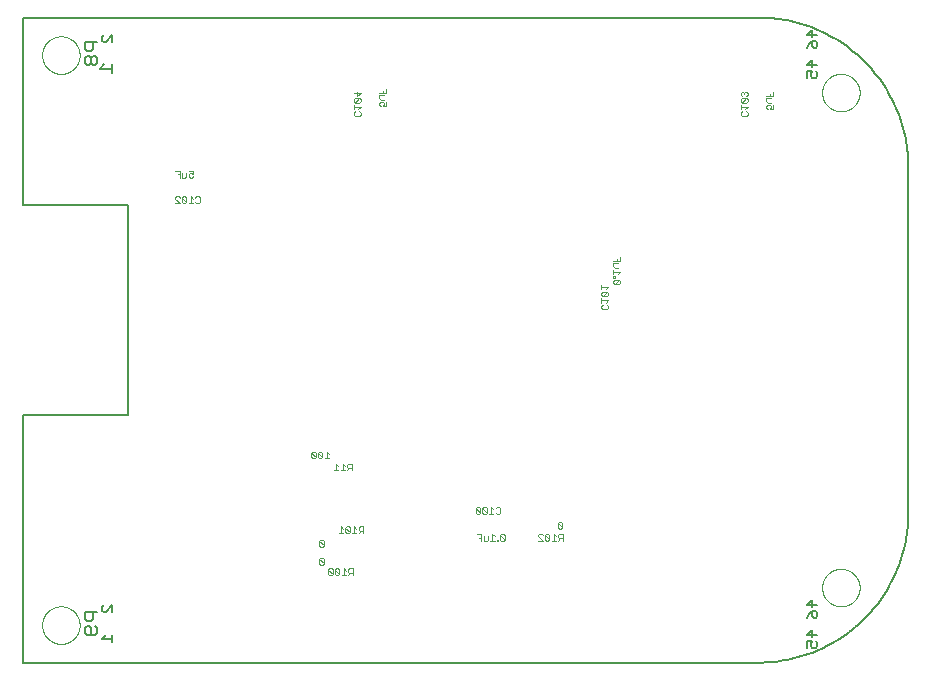
<source format=gbo>
G75*
%MOIN*%
%OFA0B0*%
%FSLAX25Y25*%
%IPPOS*%
%LPD*%
%AMOC8*
5,1,8,0,0,1.08239X$1,22.5*
%
%ADD10C,0.00800*%
%ADD11C,0.00200*%
%ADD12C,0.00000*%
%ADD13C,0.00600*%
D10*
X0055400Y0026400D02*
X0300400Y0026400D01*
X0301608Y0026415D01*
X0302816Y0026458D01*
X0304022Y0026531D01*
X0305226Y0026633D01*
X0306427Y0026765D01*
X0307624Y0026925D01*
X0308818Y0027114D01*
X0310006Y0027331D01*
X0311189Y0027578D01*
X0312366Y0027853D01*
X0313535Y0028156D01*
X0314697Y0028488D01*
X0315851Y0028847D01*
X0316995Y0029234D01*
X0318130Y0029649D01*
X0319255Y0030091D01*
X0320368Y0030560D01*
X0321470Y0031056D01*
X0322560Y0031579D01*
X0323636Y0032127D01*
X0324699Y0032702D01*
X0325748Y0033302D01*
X0326782Y0033927D01*
X0327801Y0034576D01*
X0328803Y0035251D01*
X0329789Y0035949D01*
X0330758Y0036671D01*
X0331709Y0037416D01*
X0332642Y0038184D01*
X0333556Y0038974D01*
X0334451Y0039787D01*
X0335326Y0040620D01*
X0336180Y0041474D01*
X0337013Y0042349D01*
X0337826Y0043244D01*
X0338616Y0044158D01*
X0339384Y0045091D01*
X0340129Y0046042D01*
X0340851Y0047011D01*
X0341549Y0047997D01*
X0342224Y0048999D01*
X0342873Y0050018D01*
X0343498Y0051052D01*
X0344098Y0052101D01*
X0344673Y0053164D01*
X0345221Y0054240D01*
X0345744Y0055330D01*
X0346240Y0056432D01*
X0346709Y0057545D01*
X0347151Y0058670D01*
X0347566Y0059805D01*
X0347953Y0060949D01*
X0348312Y0062103D01*
X0348644Y0063265D01*
X0348947Y0064434D01*
X0349222Y0065611D01*
X0349469Y0066794D01*
X0349686Y0067982D01*
X0349875Y0069176D01*
X0350035Y0070373D01*
X0350167Y0071574D01*
X0350269Y0072778D01*
X0350342Y0073984D01*
X0350385Y0075192D01*
X0350400Y0076400D01*
X0350400Y0191400D01*
X0350385Y0192608D01*
X0350342Y0193816D01*
X0350269Y0195022D01*
X0350167Y0196226D01*
X0350035Y0197427D01*
X0349875Y0198624D01*
X0349686Y0199818D01*
X0349469Y0201006D01*
X0349222Y0202189D01*
X0348947Y0203366D01*
X0348644Y0204535D01*
X0348312Y0205697D01*
X0347953Y0206851D01*
X0347566Y0207995D01*
X0347151Y0209130D01*
X0346709Y0210255D01*
X0346240Y0211368D01*
X0345744Y0212470D01*
X0345221Y0213560D01*
X0344673Y0214636D01*
X0344098Y0215699D01*
X0343498Y0216748D01*
X0342873Y0217782D01*
X0342224Y0218801D01*
X0341549Y0219803D01*
X0340851Y0220789D01*
X0340129Y0221758D01*
X0339384Y0222709D01*
X0338616Y0223642D01*
X0337826Y0224556D01*
X0337013Y0225451D01*
X0336180Y0226326D01*
X0335326Y0227180D01*
X0334451Y0228013D01*
X0333556Y0228826D01*
X0332642Y0229616D01*
X0331709Y0230384D01*
X0330758Y0231129D01*
X0329789Y0231851D01*
X0328803Y0232549D01*
X0327801Y0233224D01*
X0326782Y0233873D01*
X0325748Y0234498D01*
X0324699Y0235098D01*
X0323636Y0235673D01*
X0322560Y0236221D01*
X0321470Y0236744D01*
X0320368Y0237240D01*
X0319255Y0237709D01*
X0318130Y0238151D01*
X0316995Y0238566D01*
X0315851Y0238953D01*
X0314697Y0239312D01*
X0313535Y0239644D01*
X0312366Y0239947D01*
X0311189Y0240222D01*
X0310006Y0240469D01*
X0308818Y0240686D01*
X0307624Y0240875D01*
X0306427Y0241035D01*
X0305226Y0241167D01*
X0304022Y0241269D01*
X0302816Y0241342D01*
X0301608Y0241385D01*
X0300400Y0241400D01*
X0055400Y0241400D01*
X0055400Y0178900D01*
X0090400Y0178900D01*
X0090400Y0108900D01*
X0055400Y0108900D01*
X0055400Y0026400D01*
X0075796Y0036398D02*
X0076497Y0035698D01*
X0079299Y0035698D01*
X0080000Y0036398D01*
X0080000Y0037799D01*
X0079299Y0038500D01*
X0077898Y0037799D02*
X0077898Y0035698D01*
X0077898Y0037799D02*
X0077198Y0038500D01*
X0076497Y0038500D01*
X0075796Y0037799D01*
X0075796Y0036398D01*
X0076497Y0040302D02*
X0077898Y0040302D01*
X0078599Y0041002D01*
X0078599Y0043104D01*
X0080000Y0043104D02*
X0075796Y0043104D01*
X0075796Y0041002D01*
X0076497Y0040302D01*
X0085000Y0223000D02*
X0085000Y0225802D01*
X0085000Y0224401D02*
X0080796Y0224401D01*
X0082198Y0225802D01*
X0080000Y0226398D02*
X0080000Y0227799D01*
X0079299Y0228500D01*
X0078599Y0228500D01*
X0077898Y0227799D01*
X0077898Y0226398D01*
X0078599Y0225698D01*
X0079299Y0225698D01*
X0080000Y0226398D01*
X0077898Y0226398D02*
X0077198Y0225698D01*
X0076497Y0225698D01*
X0075796Y0226398D01*
X0075796Y0227799D01*
X0076497Y0228500D01*
X0077198Y0228500D01*
X0077898Y0227799D01*
X0077898Y0230302D02*
X0078599Y0231002D01*
X0078599Y0233104D01*
X0080000Y0233104D02*
X0075796Y0233104D01*
X0075796Y0231002D01*
X0076497Y0230302D01*
X0077898Y0230302D01*
D11*
X0106042Y0190302D02*
X0107510Y0190302D01*
X0107510Y0188100D01*
X0108252Y0188100D02*
X0108252Y0189568D01*
X0107510Y0189201D02*
X0106776Y0189201D01*
X0108252Y0188100D02*
X0109353Y0188100D01*
X0109720Y0188467D01*
X0109720Y0189568D01*
X0110462Y0189201D02*
X0110462Y0188467D01*
X0110829Y0188100D01*
X0111563Y0188100D01*
X0111930Y0188467D01*
X0111930Y0189201D02*
X0111196Y0189568D01*
X0110829Y0189568D01*
X0110462Y0189201D01*
X0110462Y0190302D02*
X0111930Y0190302D01*
X0111930Y0189201D01*
X0111196Y0181802D02*
X0111196Y0179600D01*
X0111930Y0179600D02*
X0110462Y0179600D01*
X0109720Y0179967D02*
X0108252Y0181435D01*
X0108252Y0179967D01*
X0108619Y0179600D01*
X0109353Y0179600D01*
X0109720Y0179967D01*
X0109720Y0181435D01*
X0109353Y0181802D01*
X0108619Y0181802D01*
X0108252Y0181435D01*
X0107510Y0181435D02*
X0107143Y0181802D01*
X0106409Y0181802D01*
X0106042Y0181435D01*
X0106042Y0181068D01*
X0107510Y0179600D01*
X0106042Y0179600D01*
X0111196Y0181802D02*
X0111930Y0181068D01*
X0112672Y0181435D02*
X0113039Y0181802D01*
X0113773Y0181802D01*
X0114140Y0181435D01*
X0114140Y0179967D01*
X0113773Y0179600D01*
X0113039Y0179600D01*
X0112672Y0179967D01*
X0165600Y0209027D02*
X0165600Y0209761D01*
X0165967Y0210128D01*
X0165600Y0210870D02*
X0165600Y0212338D01*
X0165600Y0211604D02*
X0167802Y0211604D01*
X0167068Y0210870D01*
X0167435Y0210128D02*
X0167802Y0209761D01*
X0167802Y0209027D01*
X0167435Y0208660D01*
X0165967Y0208660D01*
X0165600Y0209027D01*
X0165967Y0213080D02*
X0165600Y0213447D01*
X0165600Y0214181D01*
X0165967Y0214548D01*
X0167435Y0214548D01*
X0165967Y0213080D01*
X0167435Y0213080D01*
X0167802Y0213447D01*
X0167802Y0214181D01*
X0167435Y0214548D01*
X0166701Y0215290D02*
X0166701Y0216758D01*
X0167802Y0216391D02*
X0166701Y0215290D01*
X0165600Y0216391D02*
X0167802Y0216391D01*
X0174100Y0216290D02*
X0176302Y0216290D01*
X0176302Y0217758D01*
X0175201Y0217024D02*
X0175201Y0216290D01*
X0175568Y0215548D02*
X0174100Y0215548D01*
X0174100Y0214447D01*
X0174467Y0214080D01*
X0175568Y0214080D01*
X0175201Y0213338D02*
X0174467Y0213338D01*
X0174100Y0212971D01*
X0174100Y0212237D01*
X0174467Y0211870D01*
X0175201Y0211870D02*
X0175568Y0212604D01*
X0175568Y0212971D01*
X0175201Y0213338D01*
X0176302Y0213338D02*
X0176302Y0211870D01*
X0175201Y0211870D01*
X0252100Y0160290D02*
X0254302Y0160290D01*
X0254302Y0161758D01*
X0253201Y0161024D02*
X0253201Y0160290D01*
X0253568Y0159548D02*
X0252100Y0159548D01*
X0252100Y0158447D01*
X0252467Y0158080D01*
X0253568Y0158080D01*
X0252100Y0157338D02*
X0252100Y0155870D01*
X0252100Y0156604D02*
X0254302Y0156604D01*
X0253568Y0155870D01*
X0252467Y0155132D02*
X0252100Y0155132D01*
X0252100Y0154765D01*
X0252467Y0154765D01*
X0252467Y0155132D01*
X0252467Y0154023D02*
X0252100Y0153656D01*
X0252100Y0152922D01*
X0252467Y0152556D01*
X0253935Y0154023D01*
X0252467Y0154023D01*
X0252467Y0152556D02*
X0253935Y0152556D01*
X0254302Y0152922D01*
X0254302Y0153656D01*
X0253935Y0154023D01*
X0250302Y0151524D02*
X0248100Y0151524D01*
X0248100Y0150790D02*
X0248100Y0152258D01*
X0249568Y0150790D02*
X0250302Y0151524D01*
X0249935Y0150048D02*
X0248467Y0148580D01*
X0248100Y0148947D01*
X0248100Y0149681D01*
X0248467Y0150048D01*
X0249935Y0150048D01*
X0250302Y0149681D01*
X0250302Y0148947D01*
X0249935Y0148580D01*
X0248467Y0148580D01*
X0248100Y0147838D02*
X0248100Y0146370D01*
X0248100Y0147104D02*
X0250302Y0147104D01*
X0249568Y0146370D01*
X0249935Y0145628D02*
X0250302Y0145261D01*
X0250302Y0144527D01*
X0249935Y0144160D01*
X0248467Y0144160D01*
X0248100Y0144527D01*
X0248100Y0145261D01*
X0248467Y0145628D01*
X0164800Y0092702D02*
X0164800Y0090500D01*
X0164800Y0091234D02*
X0163699Y0091234D01*
X0163332Y0091601D01*
X0163332Y0092335D01*
X0163699Y0092702D01*
X0164800Y0092702D01*
X0164066Y0091234D02*
X0163332Y0090500D01*
X0162590Y0090500D02*
X0161122Y0090500D01*
X0161856Y0090500D02*
X0161856Y0092702D01*
X0162590Y0091968D01*
X0160380Y0091968D02*
X0159646Y0092702D01*
X0159646Y0090500D01*
X0160380Y0090500D02*
X0158912Y0090500D01*
X0157300Y0094500D02*
X0155832Y0094500D01*
X0156566Y0094500D02*
X0156566Y0096702D01*
X0157300Y0095968D01*
X0155090Y0096335D02*
X0154723Y0096702D01*
X0153989Y0096702D01*
X0153622Y0096335D01*
X0155090Y0094867D01*
X0154723Y0094500D01*
X0153989Y0094500D01*
X0153622Y0094867D01*
X0153622Y0096335D01*
X0152880Y0096335D02*
X0152513Y0096702D01*
X0151779Y0096702D01*
X0151412Y0096335D01*
X0152880Y0094867D01*
X0152513Y0094500D01*
X0151779Y0094500D01*
X0151412Y0094867D01*
X0151412Y0096335D01*
X0152880Y0096335D02*
X0152880Y0094867D01*
X0155090Y0094867D02*
X0155090Y0096335D01*
X0161276Y0071802D02*
X0161276Y0069600D01*
X0162010Y0069600D02*
X0160542Y0069600D01*
X0162010Y0071068D02*
X0161276Y0071802D01*
X0162752Y0071435D02*
X0164220Y0069967D01*
X0163853Y0069600D01*
X0163119Y0069600D01*
X0162752Y0069967D01*
X0162752Y0071435D01*
X0163119Y0071802D01*
X0163853Y0071802D01*
X0164220Y0071435D01*
X0164220Y0069967D01*
X0164962Y0069600D02*
X0166430Y0069600D01*
X0165696Y0069600D02*
X0165696Y0071802D01*
X0166430Y0071068D01*
X0167172Y0071435D02*
X0167172Y0070701D01*
X0167539Y0070334D01*
X0168640Y0070334D01*
X0168640Y0069600D02*
X0168640Y0071802D01*
X0167539Y0071802D01*
X0167172Y0071435D01*
X0167906Y0070334D02*
X0167172Y0069600D01*
X0155510Y0066935D02*
X0155510Y0065467D01*
X0154042Y0066935D01*
X0154042Y0065467D01*
X0154409Y0065100D01*
X0155143Y0065100D01*
X0155510Y0065467D01*
X0155510Y0066935D02*
X0155143Y0067302D01*
X0154409Y0067302D01*
X0154042Y0066935D01*
X0154409Y0061302D02*
X0154042Y0060935D01*
X0155510Y0059467D01*
X0155143Y0059100D01*
X0154409Y0059100D01*
X0154042Y0059467D01*
X0154042Y0060935D01*
X0154409Y0061302D02*
X0155143Y0061302D01*
X0155510Y0060935D01*
X0155510Y0059467D01*
X0157409Y0057802D02*
X0157042Y0057435D01*
X0158510Y0055967D01*
X0158143Y0055600D01*
X0157409Y0055600D01*
X0157042Y0055967D01*
X0157042Y0057435D01*
X0157409Y0057802D02*
X0158143Y0057802D01*
X0158510Y0057435D01*
X0158510Y0055967D01*
X0159252Y0055967D02*
X0159252Y0057435D01*
X0160720Y0055967D01*
X0160353Y0055600D01*
X0159619Y0055600D01*
X0159252Y0055967D01*
X0160720Y0055967D02*
X0160720Y0057435D01*
X0160353Y0057802D01*
X0159619Y0057802D01*
X0159252Y0057435D01*
X0161462Y0055600D02*
X0162930Y0055600D01*
X0162196Y0055600D02*
X0162196Y0057802D01*
X0162930Y0057068D01*
X0163672Y0057435D02*
X0163672Y0056701D01*
X0164039Y0056334D01*
X0165140Y0056334D01*
X0165140Y0055600D02*
X0165140Y0057802D01*
X0164039Y0057802D01*
X0163672Y0057435D01*
X0164406Y0056334D02*
X0163672Y0055600D01*
X0206598Y0069202D02*
X0208065Y0069202D01*
X0208065Y0067000D01*
X0208807Y0067000D02*
X0208807Y0068468D01*
X0208065Y0068101D02*
X0207331Y0068101D01*
X0208807Y0067000D02*
X0209908Y0067000D01*
X0210275Y0067367D01*
X0210275Y0068468D01*
X0211017Y0067000D02*
X0212485Y0067000D01*
X0211751Y0067000D02*
X0211751Y0069202D01*
X0212485Y0068468D01*
X0213223Y0067367D02*
X0213223Y0067000D01*
X0213590Y0067000D01*
X0213590Y0067367D01*
X0213223Y0067367D01*
X0214332Y0067367D02*
X0214699Y0067000D01*
X0215433Y0067000D01*
X0215800Y0067367D01*
X0214332Y0068835D01*
X0214332Y0067367D01*
X0214332Y0068835D02*
X0214699Y0069202D01*
X0215433Y0069202D01*
X0215800Y0068835D01*
X0215800Y0067367D01*
X0213933Y0076000D02*
X0213199Y0076000D01*
X0212832Y0076367D01*
X0212090Y0076000D02*
X0210622Y0076000D01*
X0211356Y0076000D02*
X0211356Y0078202D01*
X0212090Y0077468D01*
X0212832Y0077835D02*
X0213199Y0078202D01*
X0213933Y0078202D01*
X0214300Y0077835D01*
X0214300Y0076367D01*
X0213933Y0076000D01*
X0209880Y0076367D02*
X0209880Y0077835D01*
X0209513Y0078202D01*
X0208779Y0078202D01*
X0208412Y0077835D01*
X0209880Y0076367D01*
X0209513Y0076000D01*
X0208779Y0076000D01*
X0208412Y0076367D01*
X0208412Y0077835D01*
X0207670Y0077835D02*
X0207303Y0078202D01*
X0206569Y0078202D01*
X0206202Y0077835D01*
X0207670Y0076367D01*
X0207303Y0076000D01*
X0206569Y0076000D01*
X0206202Y0076367D01*
X0206202Y0077835D01*
X0207670Y0077835D02*
X0207670Y0076367D01*
X0227042Y0068935D02*
X0227042Y0068568D01*
X0228510Y0067100D01*
X0227042Y0067100D01*
X0227042Y0068935D02*
X0227409Y0069302D01*
X0228143Y0069302D01*
X0228510Y0068935D01*
X0229252Y0068935D02*
X0230720Y0067467D01*
X0230353Y0067100D01*
X0229619Y0067100D01*
X0229252Y0067467D01*
X0229252Y0068935D01*
X0229619Y0069302D01*
X0230353Y0069302D01*
X0230720Y0068935D01*
X0230720Y0067467D01*
X0231462Y0067100D02*
X0232930Y0067100D01*
X0232196Y0067100D02*
X0232196Y0069302D01*
X0232930Y0068568D01*
X0233672Y0068935D02*
X0233672Y0068201D01*
X0234039Y0067834D01*
X0235140Y0067834D01*
X0235140Y0067100D02*
X0235140Y0069302D01*
X0234039Y0069302D01*
X0233672Y0068935D01*
X0234406Y0067834D02*
X0233672Y0067100D01*
X0233909Y0071100D02*
X0234643Y0071100D01*
X0235010Y0071467D01*
X0233542Y0072935D01*
X0233542Y0071467D01*
X0233909Y0071100D01*
X0235010Y0071467D02*
X0235010Y0072935D01*
X0234643Y0073302D01*
X0233909Y0073302D01*
X0233542Y0072935D01*
X0294967Y0208660D02*
X0294600Y0209027D01*
X0294600Y0209761D01*
X0294967Y0210128D01*
X0294600Y0210870D02*
X0294600Y0212338D01*
X0294600Y0211604D02*
X0296802Y0211604D01*
X0296068Y0210870D01*
X0296435Y0210128D02*
X0296802Y0209761D01*
X0296802Y0209027D01*
X0296435Y0208660D01*
X0294967Y0208660D01*
X0294967Y0213080D02*
X0296435Y0214548D01*
X0294967Y0214548D01*
X0294600Y0214181D01*
X0294600Y0213447D01*
X0294967Y0213080D01*
X0296435Y0213080D01*
X0296802Y0213447D01*
X0296802Y0214181D01*
X0296435Y0214548D01*
X0296435Y0215290D02*
X0296802Y0215657D01*
X0296802Y0216391D01*
X0296435Y0216758D01*
X0296068Y0216758D01*
X0295701Y0216391D01*
X0295334Y0216758D01*
X0294967Y0216758D01*
X0294600Y0216391D01*
X0294600Y0215657D01*
X0294967Y0215290D01*
X0295701Y0216024D02*
X0295701Y0216391D01*
X0303100Y0215290D02*
X0305302Y0215290D01*
X0305302Y0216758D01*
X0304201Y0216024D02*
X0304201Y0215290D01*
X0304568Y0214548D02*
X0303100Y0214548D01*
X0303100Y0213447D01*
X0303467Y0213080D01*
X0304568Y0213080D01*
X0304201Y0212338D02*
X0303467Y0212338D01*
X0303100Y0211971D01*
X0303100Y0211237D01*
X0303467Y0210870D01*
X0304201Y0210870D02*
X0304568Y0211604D01*
X0304568Y0211971D01*
X0304201Y0212338D01*
X0305302Y0212338D02*
X0305302Y0210870D01*
X0304201Y0210870D01*
D12*
X0321650Y0216400D02*
X0321652Y0216558D01*
X0321658Y0216715D01*
X0321668Y0216873D01*
X0321682Y0217030D01*
X0321700Y0217186D01*
X0321721Y0217343D01*
X0321747Y0217498D01*
X0321777Y0217653D01*
X0321810Y0217807D01*
X0321848Y0217960D01*
X0321889Y0218113D01*
X0321934Y0218264D01*
X0321983Y0218414D01*
X0322036Y0218562D01*
X0322092Y0218710D01*
X0322153Y0218855D01*
X0322216Y0219000D01*
X0322284Y0219142D01*
X0322355Y0219283D01*
X0322429Y0219422D01*
X0322507Y0219559D01*
X0322589Y0219694D01*
X0322673Y0219827D01*
X0322762Y0219958D01*
X0322853Y0220086D01*
X0322948Y0220213D01*
X0323045Y0220336D01*
X0323146Y0220458D01*
X0323250Y0220576D01*
X0323357Y0220692D01*
X0323467Y0220805D01*
X0323579Y0220916D01*
X0323695Y0221023D01*
X0323813Y0221128D01*
X0323933Y0221230D01*
X0324056Y0221328D01*
X0324182Y0221424D01*
X0324310Y0221516D01*
X0324440Y0221605D01*
X0324572Y0221691D01*
X0324707Y0221773D01*
X0324844Y0221852D01*
X0324982Y0221927D01*
X0325122Y0221999D01*
X0325265Y0222067D01*
X0325408Y0222132D01*
X0325554Y0222193D01*
X0325701Y0222250D01*
X0325849Y0222304D01*
X0325999Y0222354D01*
X0326149Y0222400D01*
X0326301Y0222442D01*
X0326454Y0222481D01*
X0326608Y0222515D01*
X0326763Y0222546D01*
X0326918Y0222572D01*
X0327074Y0222595D01*
X0327231Y0222614D01*
X0327388Y0222629D01*
X0327545Y0222640D01*
X0327703Y0222647D01*
X0327861Y0222650D01*
X0328018Y0222649D01*
X0328176Y0222644D01*
X0328333Y0222635D01*
X0328491Y0222622D01*
X0328647Y0222605D01*
X0328804Y0222584D01*
X0328959Y0222560D01*
X0329114Y0222531D01*
X0329269Y0222498D01*
X0329422Y0222462D01*
X0329575Y0222421D01*
X0329726Y0222377D01*
X0329876Y0222329D01*
X0330025Y0222278D01*
X0330173Y0222222D01*
X0330319Y0222163D01*
X0330464Y0222100D01*
X0330607Y0222033D01*
X0330748Y0221963D01*
X0330887Y0221890D01*
X0331025Y0221813D01*
X0331161Y0221732D01*
X0331294Y0221648D01*
X0331425Y0221561D01*
X0331554Y0221470D01*
X0331681Y0221376D01*
X0331806Y0221279D01*
X0331927Y0221179D01*
X0332047Y0221076D01*
X0332163Y0220970D01*
X0332277Y0220861D01*
X0332389Y0220749D01*
X0332497Y0220635D01*
X0332602Y0220517D01*
X0332705Y0220397D01*
X0332804Y0220275D01*
X0332900Y0220150D01*
X0332993Y0220022D01*
X0333083Y0219893D01*
X0333169Y0219761D01*
X0333253Y0219627D01*
X0333332Y0219491D01*
X0333409Y0219353D01*
X0333481Y0219213D01*
X0333550Y0219071D01*
X0333616Y0218928D01*
X0333678Y0218783D01*
X0333736Y0218636D01*
X0333791Y0218488D01*
X0333842Y0218339D01*
X0333889Y0218188D01*
X0333932Y0218037D01*
X0333971Y0217884D01*
X0334007Y0217730D01*
X0334038Y0217576D01*
X0334066Y0217421D01*
X0334090Y0217265D01*
X0334110Y0217108D01*
X0334126Y0216951D01*
X0334138Y0216794D01*
X0334146Y0216637D01*
X0334150Y0216479D01*
X0334150Y0216321D01*
X0334146Y0216163D01*
X0334138Y0216006D01*
X0334126Y0215849D01*
X0334110Y0215692D01*
X0334090Y0215535D01*
X0334066Y0215379D01*
X0334038Y0215224D01*
X0334007Y0215070D01*
X0333971Y0214916D01*
X0333932Y0214763D01*
X0333889Y0214612D01*
X0333842Y0214461D01*
X0333791Y0214312D01*
X0333736Y0214164D01*
X0333678Y0214017D01*
X0333616Y0213872D01*
X0333550Y0213729D01*
X0333481Y0213587D01*
X0333409Y0213447D01*
X0333332Y0213309D01*
X0333253Y0213173D01*
X0333169Y0213039D01*
X0333083Y0212907D01*
X0332993Y0212778D01*
X0332900Y0212650D01*
X0332804Y0212525D01*
X0332705Y0212403D01*
X0332602Y0212283D01*
X0332497Y0212165D01*
X0332389Y0212051D01*
X0332277Y0211939D01*
X0332163Y0211830D01*
X0332047Y0211724D01*
X0331927Y0211621D01*
X0331806Y0211521D01*
X0331681Y0211424D01*
X0331554Y0211330D01*
X0331425Y0211239D01*
X0331294Y0211152D01*
X0331161Y0211068D01*
X0331025Y0210987D01*
X0330887Y0210910D01*
X0330748Y0210837D01*
X0330607Y0210767D01*
X0330464Y0210700D01*
X0330319Y0210637D01*
X0330173Y0210578D01*
X0330025Y0210522D01*
X0329876Y0210471D01*
X0329726Y0210423D01*
X0329575Y0210379D01*
X0329422Y0210338D01*
X0329269Y0210302D01*
X0329114Y0210269D01*
X0328959Y0210240D01*
X0328804Y0210216D01*
X0328647Y0210195D01*
X0328491Y0210178D01*
X0328333Y0210165D01*
X0328176Y0210156D01*
X0328018Y0210151D01*
X0327861Y0210150D01*
X0327703Y0210153D01*
X0327545Y0210160D01*
X0327388Y0210171D01*
X0327231Y0210186D01*
X0327074Y0210205D01*
X0326918Y0210228D01*
X0326763Y0210254D01*
X0326608Y0210285D01*
X0326454Y0210319D01*
X0326301Y0210358D01*
X0326149Y0210400D01*
X0325999Y0210446D01*
X0325849Y0210496D01*
X0325701Y0210550D01*
X0325554Y0210607D01*
X0325408Y0210668D01*
X0325265Y0210733D01*
X0325122Y0210801D01*
X0324982Y0210873D01*
X0324844Y0210948D01*
X0324707Y0211027D01*
X0324572Y0211109D01*
X0324440Y0211195D01*
X0324310Y0211284D01*
X0324182Y0211376D01*
X0324056Y0211472D01*
X0323933Y0211570D01*
X0323813Y0211672D01*
X0323695Y0211777D01*
X0323579Y0211884D01*
X0323467Y0211995D01*
X0323357Y0212108D01*
X0323250Y0212224D01*
X0323146Y0212342D01*
X0323045Y0212464D01*
X0322948Y0212587D01*
X0322853Y0212714D01*
X0322762Y0212842D01*
X0322673Y0212973D01*
X0322589Y0213106D01*
X0322507Y0213241D01*
X0322429Y0213378D01*
X0322355Y0213517D01*
X0322284Y0213658D01*
X0322216Y0213800D01*
X0322153Y0213945D01*
X0322092Y0214090D01*
X0322036Y0214238D01*
X0321983Y0214386D01*
X0321934Y0214536D01*
X0321889Y0214687D01*
X0321848Y0214840D01*
X0321810Y0214993D01*
X0321777Y0215147D01*
X0321747Y0215302D01*
X0321721Y0215457D01*
X0321700Y0215614D01*
X0321682Y0215770D01*
X0321668Y0215927D01*
X0321658Y0216085D01*
X0321652Y0216242D01*
X0321650Y0216400D01*
X0321650Y0051400D02*
X0321652Y0051558D01*
X0321658Y0051715D01*
X0321668Y0051873D01*
X0321682Y0052030D01*
X0321700Y0052186D01*
X0321721Y0052343D01*
X0321747Y0052498D01*
X0321777Y0052653D01*
X0321810Y0052807D01*
X0321848Y0052960D01*
X0321889Y0053113D01*
X0321934Y0053264D01*
X0321983Y0053414D01*
X0322036Y0053562D01*
X0322092Y0053710D01*
X0322153Y0053855D01*
X0322216Y0054000D01*
X0322284Y0054142D01*
X0322355Y0054283D01*
X0322429Y0054422D01*
X0322507Y0054559D01*
X0322589Y0054694D01*
X0322673Y0054827D01*
X0322762Y0054958D01*
X0322853Y0055086D01*
X0322948Y0055213D01*
X0323045Y0055336D01*
X0323146Y0055458D01*
X0323250Y0055576D01*
X0323357Y0055692D01*
X0323467Y0055805D01*
X0323579Y0055916D01*
X0323695Y0056023D01*
X0323813Y0056128D01*
X0323933Y0056230D01*
X0324056Y0056328D01*
X0324182Y0056424D01*
X0324310Y0056516D01*
X0324440Y0056605D01*
X0324572Y0056691D01*
X0324707Y0056773D01*
X0324844Y0056852D01*
X0324982Y0056927D01*
X0325122Y0056999D01*
X0325265Y0057067D01*
X0325408Y0057132D01*
X0325554Y0057193D01*
X0325701Y0057250D01*
X0325849Y0057304D01*
X0325999Y0057354D01*
X0326149Y0057400D01*
X0326301Y0057442D01*
X0326454Y0057481D01*
X0326608Y0057515D01*
X0326763Y0057546D01*
X0326918Y0057572D01*
X0327074Y0057595D01*
X0327231Y0057614D01*
X0327388Y0057629D01*
X0327545Y0057640D01*
X0327703Y0057647D01*
X0327861Y0057650D01*
X0328018Y0057649D01*
X0328176Y0057644D01*
X0328333Y0057635D01*
X0328491Y0057622D01*
X0328647Y0057605D01*
X0328804Y0057584D01*
X0328959Y0057560D01*
X0329114Y0057531D01*
X0329269Y0057498D01*
X0329422Y0057462D01*
X0329575Y0057421D01*
X0329726Y0057377D01*
X0329876Y0057329D01*
X0330025Y0057278D01*
X0330173Y0057222D01*
X0330319Y0057163D01*
X0330464Y0057100D01*
X0330607Y0057033D01*
X0330748Y0056963D01*
X0330887Y0056890D01*
X0331025Y0056813D01*
X0331161Y0056732D01*
X0331294Y0056648D01*
X0331425Y0056561D01*
X0331554Y0056470D01*
X0331681Y0056376D01*
X0331806Y0056279D01*
X0331927Y0056179D01*
X0332047Y0056076D01*
X0332163Y0055970D01*
X0332277Y0055861D01*
X0332389Y0055749D01*
X0332497Y0055635D01*
X0332602Y0055517D01*
X0332705Y0055397D01*
X0332804Y0055275D01*
X0332900Y0055150D01*
X0332993Y0055022D01*
X0333083Y0054893D01*
X0333169Y0054761D01*
X0333253Y0054627D01*
X0333332Y0054491D01*
X0333409Y0054353D01*
X0333481Y0054213D01*
X0333550Y0054071D01*
X0333616Y0053928D01*
X0333678Y0053783D01*
X0333736Y0053636D01*
X0333791Y0053488D01*
X0333842Y0053339D01*
X0333889Y0053188D01*
X0333932Y0053037D01*
X0333971Y0052884D01*
X0334007Y0052730D01*
X0334038Y0052576D01*
X0334066Y0052421D01*
X0334090Y0052265D01*
X0334110Y0052108D01*
X0334126Y0051951D01*
X0334138Y0051794D01*
X0334146Y0051637D01*
X0334150Y0051479D01*
X0334150Y0051321D01*
X0334146Y0051163D01*
X0334138Y0051006D01*
X0334126Y0050849D01*
X0334110Y0050692D01*
X0334090Y0050535D01*
X0334066Y0050379D01*
X0334038Y0050224D01*
X0334007Y0050070D01*
X0333971Y0049916D01*
X0333932Y0049763D01*
X0333889Y0049612D01*
X0333842Y0049461D01*
X0333791Y0049312D01*
X0333736Y0049164D01*
X0333678Y0049017D01*
X0333616Y0048872D01*
X0333550Y0048729D01*
X0333481Y0048587D01*
X0333409Y0048447D01*
X0333332Y0048309D01*
X0333253Y0048173D01*
X0333169Y0048039D01*
X0333083Y0047907D01*
X0332993Y0047778D01*
X0332900Y0047650D01*
X0332804Y0047525D01*
X0332705Y0047403D01*
X0332602Y0047283D01*
X0332497Y0047165D01*
X0332389Y0047051D01*
X0332277Y0046939D01*
X0332163Y0046830D01*
X0332047Y0046724D01*
X0331927Y0046621D01*
X0331806Y0046521D01*
X0331681Y0046424D01*
X0331554Y0046330D01*
X0331425Y0046239D01*
X0331294Y0046152D01*
X0331161Y0046068D01*
X0331025Y0045987D01*
X0330887Y0045910D01*
X0330748Y0045837D01*
X0330607Y0045767D01*
X0330464Y0045700D01*
X0330319Y0045637D01*
X0330173Y0045578D01*
X0330025Y0045522D01*
X0329876Y0045471D01*
X0329726Y0045423D01*
X0329575Y0045379D01*
X0329422Y0045338D01*
X0329269Y0045302D01*
X0329114Y0045269D01*
X0328959Y0045240D01*
X0328804Y0045216D01*
X0328647Y0045195D01*
X0328491Y0045178D01*
X0328333Y0045165D01*
X0328176Y0045156D01*
X0328018Y0045151D01*
X0327861Y0045150D01*
X0327703Y0045153D01*
X0327545Y0045160D01*
X0327388Y0045171D01*
X0327231Y0045186D01*
X0327074Y0045205D01*
X0326918Y0045228D01*
X0326763Y0045254D01*
X0326608Y0045285D01*
X0326454Y0045319D01*
X0326301Y0045358D01*
X0326149Y0045400D01*
X0325999Y0045446D01*
X0325849Y0045496D01*
X0325701Y0045550D01*
X0325554Y0045607D01*
X0325408Y0045668D01*
X0325265Y0045733D01*
X0325122Y0045801D01*
X0324982Y0045873D01*
X0324844Y0045948D01*
X0324707Y0046027D01*
X0324572Y0046109D01*
X0324440Y0046195D01*
X0324310Y0046284D01*
X0324182Y0046376D01*
X0324056Y0046472D01*
X0323933Y0046570D01*
X0323813Y0046672D01*
X0323695Y0046777D01*
X0323579Y0046884D01*
X0323467Y0046995D01*
X0323357Y0047108D01*
X0323250Y0047224D01*
X0323146Y0047342D01*
X0323045Y0047464D01*
X0322948Y0047587D01*
X0322853Y0047714D01*
X0322762Y0047842D01*
X0322673Y0047973D01*
X0322589Y0048106D01*
X0322507Y0048241D01*
X0322429Y0048378D01*
X0322355Y0048517D01*
X0322284Y0048658D01*
X0322216Y0048800D01*
X0322153Y0048945D01*
X0322092Y0049090D01*
X0322036Y0049238D01*
X0321983Y0049386D01*
X0321934Y0049536D01*
X0321889Y0049687D01*
X0321848Y0049840D01*
X0321810Y0049993D01*
X0321777Y0050147D01*
X0321747Y0050302D01*
X0321721Y0050457D01*
X0321700Y0050614D01*
X0321682Y0050770D01*
X0321668Y0050927D01*
X0321658Y0051085D01*
X0321652Y0051242D01*
X0321650Y0051400D01*
X0061650Y0038900D02*
X0061652Y0039058D01*
X0061658Y0039215D01*
X0061668Y0039373D01*
X0061682Y0039530D01*
X0061700Y0039686D01*
X0061721Y0039843D01*
X0061747Y0039998D01*
X0061777Y0040153D01*
X0061810Y0040307D01*
X0061848Y0040460D01*
X0061889Y0040613D01*
X0061934Y0040764D01*
X0061983Y0040914D01*
X0062036Y0041062D01*
X0062092Y0041210D01*
X0062153Y0041355D01*
X0062216Y0041500D01*
X0062284Y0041642D01*
X0062355Y0041783D01*
X0062429Y0041922D01*
X0062507Y0042059D01*
X0062589Y0042194D01*
X0062673Y0042327D01*
X0062762Y0042458D01*
X0062853Y0042586D01*
X0062948Y0042713D01*
X0063045Y0042836D01*
X0063146Y0042958D01*
X0063250Y0043076D01*
X0063357Y0043192D01*
X0063467Y0043305D01*
X0063579Y0043416D01*
X0063695Y0043523D01*
X0063813Y0043628D01*
X0063933Y0043730D01*
X0064056Y0043828D01*
X0064182Y0043924D01*
X0064310Y0044016D01*
X0064440Y0044105D01*
X0064572Y0044191D01*
X0064707Y0044273D01*
X0064844Y0044352D01*
X0064982Y0044427D01*
X0065122Y0044499D01*
X0065265Y0044567D01*
X0065408Y0044632D01*
X0065554Y0044693D01*
X0065701Y0044750D01*
X0065849Y0044804D01*
X0065999Y0044854D01*
X0066149Y0044900D01*
X0066301Y0044942D01*
X0066454Y0044981D01*
X0066608Y0045015D01*
X0066763Y0045046D01*
X0066918Y0045072D01*
X0067074Y0045095D01*
X0067231Y0045114D01*
X0067388Y0045129D01*
X0067545Y0045140D01*
X0067703Y0045147D01*
X0067861Y0045150D01*
X0068018Y0045149D01*
X0068176Y0045144D01*
X0068333Y0045135D01*
X0068491Y0045122D01*
X0068647Y0045105D01*
X0068804Y0045084D01*
X0068959Y0045060D01*
X0069114Y0045031D01*
X0069269Y0044998D01*
X0069422Y0044962D01*
X0069575Y0044921D01*
X0069726Y0044877D01*
X0069876Y0044829D01*
X0070025Y0044778D01*
X0070173Y0044722D01*
X0070319Y0044663D01*
X0070464Y0044600D01*
X0070607Y0044533D01*
X0070748Y0044463D01*
X0070887Y0044390D01*
X0071025Y0044313D01*
X0071161Y0044232D01*
X0071294Y0044148D01*
X0071425Y0044061D01*
X0071554Y0043970D01*
X0071681Y0043876D01*
X0071806Y0043779D01*
X0071927Y0043679D01*
X0072047Y0043576D01*
X0072163Y0043470D01*
X0072277Y0043361D01*
X0072389Y0043249D01*
X0072497Y0043135D01*
X0072602Y0043017D01*
X0072705Y0042897D01*
X0072804Y0042775D01*
X0072900Y0042650D01*
X0072993Y0042522D01*
X0073083Y0042393D01*
X0073169Y0042261D01*
X0073253Y0042127D01*
X0073332Y0041991D01*
X0073409Y0041853D01*
X0073481Y0041713D01*
X0073550Y0041571D01*
X0073616Y0041428D01*
X0073678Y0041283D01*
X0073736Y0041136D01*
X0073791Y0040988D01*
X0073842Y0040839D01*
X0073889Y0040688D01*
X0073932Y0040537D01*
X0073971Y0040384D01*
X0074007Y0040230D01*
X0074038Y0040076D01*
X0074066Y0039921D01*
X0074090Y0039765D01*
X0074110Y0039608D01*
X0074126Y0039451D01*
X0074138Y0039294D01*
X0074146Y0039137D01*
X0074150Y0038979D01*
X0074150Y0038821D01*
X0074146Y0038663D01*
X0074138Y0038506D01*
X0074126Y0038349D01*
X0074110Y0038192D01*
X0074090Y0038035D01*
X0074066Y0037879D01*
X0074038Y0037724D01*
X0074007Y0037570D01*
X0073971Y0037416D01*
X0073932Y0037263D01*
X0073889Y0037112D01*
X0073842Y0036961D01*
X0073791Y0036812D01*
X0073736Y0036664D01*
X0073678Y0036517D01*
X0073616Y0036372D01*
X0073550Y0036229D01*
X0073481Y0036087D01*
X0073409Y0035947D01*
X0073332Y0035809D01*
X0073253Y0035673D01*
X0073169Y0035539D01*
X0073083Y0035407D01*
X0072993Y0035278D01*
X0072900Y0035150D01*
X0072804Y0035025D01*
X0072705Y0034903D01*
X0072602Y0034783D01*
X0072497Y0034665D01*
X0072389Y0034551D01*
X0072277Y0034439D01*
X0072163Y0034330D01*
X0072047Y0034224D01*
X0071927Y0034121D01*
X0071806Y0034021D01*
X0071681Y0033924D01*
X0071554Y0033830D01*
X0071425Y0033739D01*
X0071294Y0033652D01*
X0071161Y0033568D01*
X0071025Y0033487D01*
X0070887Y0033410D01*
X0070748Y0033337D01*
X0070607Y0033267D01*
X0070464Y0033200D01*
X0070319Y0033137D01*
X0070173Y0033078D01*
X0070025Y0033022D01*
X0069876Y0032971D01*
X0069726Y0032923D01*
X0069575Y0032879D01*
X0069422Y0032838D01*
X0069269Y0032802D01*
X0069114Y0032769D01*
X0068959Y0032740D01*
X0068804Y0032716D01*
X0068647Y0032695D01*
X0068491Y0032678D01*
X0068333Y0032665D01*
X0068176Y0032656D01*
X0068018Y0032651D01*
X0067861Y0032650D01*
X0067703Y0032653D01*
X0067545Y0032660D01*
X0067388Y0032671D01*
X0067231Y0032686D01*
X0067074Y0032705D01*
X0066918Y0032728D01*
X0066763Y0032754D01*
X0066608Y0032785D01*
X0066454Y0032819D01*
X0066301Y0032858D01*
X0066149Y0032900D01*
X0065999Y0032946D01*
X0065849Y0032996D01*
X0065701Y0033050D01*
X0065554Y0033107D01*
X0065408Y0033168D01*
X0065265Y0033233D01*
X0065122Y0033301D01*
X0064982Y0033373D01*
X0064844Y0033448D01*
X0064707Y0033527D01*
X0064572Y0033609D01*
X0064440Y0033695D01*
X0064310Y0033784D01*
X0064182Y0033876D01*
X0064056Y0033972D01*
X0063933Y0034070D01*
X0063813Y0034172D01*
X0063695Y0034277D01*
X0063579Y0034384D01*
X0063467Y0034495D01*
X0063357Y0034608D01*
X0063250Y0034724D01*
X0063146Y0034842D01*
X0063045Y0034964D01*
X0062948Y0035087D01*
X0062853Y0035214D01*
X0062762Y0035342D01*
X0062673Y0035473D01*
X0062589Y0035606D01*
X0062507Y0035741D01*
X0062429Y0035878D01*
X0062355Y0036017D01*
X0062284Y0036158D01*
X0062216Y0036300D01*
X0062153Y0036445D01*
X0062092Y0036590D01*
X0062036Y0036738D01*
X0061983Y0036886D01*
X0061934Y0037036D01*
X0061889Y0037187D01*
X0061848Y0037340D01*
X0061810Y0037493D01*
X0061777Y0037647D01*
X0061747Y0037802D01*
X0061721Y0037957D01*
X0061700Y0038114D01*
X0061682Y0038270D01*
X0061668Y0038427D01*
X0061658Y0038585D01*
X0061652Y0038742D01*
X0061650Y0038900D01*
X0061650Y0228900D02*
X0061652Y0229058D01*
X0061658Y0229215D01*
X0061668Y0229373D01*
X0061682Y0229530D01*
X0061700Y0229686D01*
X0061721Y0229843D01*
X0061747Y0229998D01*
X0061777Y0230153D01*
X0061810Y0230307D01*
X0061848Y0230460D01*
X0061889Y0230613D01*
X0061934Y0230764D01*
X0061983Y0230914D01*
X0062036Y0231062D01*
X0062092Y0231210D01*
X0062153Y0231355D01*
X0062216Y0231500D01*
X0062284Y0231642D01*
X0062355Y0231783D01*
X0062429Y0231922D01*
X0062507Y0232059D01*
X0062589Y0232194D01*
X0062673Y0232327D01*
X0062762Y0232458D01*
X0062853Y0232586D01*
X0062948Y0232713D01*
X0063045Y0232836D01*
X0063146Y0232958D01*
X0063250Y0233076D01*
X0063357Y0233192D01*
X0063467Y0233305D01*
X0063579Y0233416D01*
X0063695Y0233523D01*
X0063813Y0233628D01*
X0063933Y0233730D01*
X0064056Y0233828D01*
X0064182Y0233924D01*
X0064310Y0234016D01*
X0064440Y0234105D01*
X0064572Y0234191D01*
X0064707Y0234273D01*
X0064844Y0234352D01*
X0064982Y0234427D01*
X0065122Y0234499D01*
X0065265Y0234567D01*
X0065408Y0234632D01*
X0065554Y0234693D01*
X0065701Y0234750D01*
X0065849Y0234804D01*
X0065999Y0234854D01*
X0066149Y0234900D01*
X0066301Y0234942D01*
X0066454Y0234981D01*
X0066608Y0235015D01*
X0066763Y0235046D01*
X0066918Y0235072D01*
X0067074Y0235095D01*
X0067231Y0235114D01*
X0067388Y0235129D01*
X0067545Y0235140D01*
X0067703Y0235147D01*
X0067861Y0235150D01*
X0068018Y0235149D01*
X0068176Y0235144D01*
X0068333Y0235135D01*
X0068491Y0235122D01*
X0068647Y0235105D01*
X0068804Y0235084D01*
X0068959Y0235060D01*
X0069114Y0235031D01*
X0069269Y0234998D01*
X0069422Y0234962D01*
X0069575Y0234921D01*
X0069726Y0234877D01*
X0069876Y0234829D01*
X0070025Y0234778D01*
X0070173Y0234722D01*
X0070319Y0234663D01*
X0070464Y0234600D01*
X0070607Y0234533D01*
X0070748Y0234463D01*
X0070887Y0234390D01*
X0071025Y0234313D01*
X0071161Y0234232D01*
X0071294Y0234148D01*
X0071425Y0234061D01*
X0071554Y0233970D01*
X0071681Y0233876D01*
X0071806Y0233779D01*
X0071927Y0233679D01*
X0072047Y0233576D01*
X0072163Y0233470D01*
X0072277Y0233361D01*
X0072389Y0233249D01*
X0072497Y0233135D01*
X0072602Y0233017D01*
X0072705Y0232897D01*
X0072804Y0232775D01*
X0072900Y0232650D01*
X0072993Y0232522D01*
X0073083Y0232393D01*
X0073169Y0232261D01*
X0073253Y0232127D01*
X0073332Y0231991D01*
X0073409Y0231853D01*
X0073481Y0231713D01*
X0073550Y0231571D01*
X0073616Y0231428D01*
X0073678Y0231283D01*
X0073736Y0231136D01*
X0073791Y0230988D01*
X0073842Y0230839D01*
X0073889Y0230688D01*
X0073932Y0230537D01*
X0073971Y0230384D01*
X0074007Y0230230D01*
X0074038Y0230076D01*
X0074066Y0229921D01*
X0074090Y0229765D01*
X0074110Y0229608D01*
X0074126Y0229451D01*
X0074138Y0229294D01*
X0074146Y0229137D01*
X0074150Y0228979D01*
X0074150Y0228821D01*
X0074146Y0228663D01*
X0074138Y0228506D01*
X0074126Y0228349D01*
X0074110Y0228192D01*
X0074090Y0228035D01*
X0074066Y0227879D01*
X0074038Y0227724D01*
X0074007Y0227570D01*
X0073971Y0227416D01*
X0073932Y0227263D01*
X0073889Y0227112D01*
X0073842Y0226961D01*
X0073791Y0226812D01*
X0073736Y0226664D01*
X0073678Y0226517D01*
X0073616Y0226372D01*
X0073550Y0226229D01*
X0073481Y0226087D01*
X0073409Y0225947D01*
X0073332Y0225809D01*
X0073253Y0225673D01*
X0073169Y0225539D01*
X0073083Y0225407D01*
X0072993Y0225278D01*
X0072900Y0225150D01*
X0072804Y0225025D01*
X0072705Y0224903D01*
X0072602Y0224783D01*
X0072497Y0224665D01*
X0072389Y0224551D01*
X0072277Y0224439D01*
X0072163Y0224330D01*
X0072047Y0224224D01*
X0071927Y0224121D01*
X0071806Y0224021D01*
X0071681Y0223924D01*
X0071554Y0223830D01*
X0071425Y0223739D01*
X0071294Y0223652D01*
X0071161Y0223568D01*
X0071025Y0223487D01*
X0070887Y0223410D01*
X0070748Y0223337D01*
X0070607Y0223267D01*
X0070464Y0223200D01*
X0070319Y0223137D01*
X0070173Y0223078D01*
X0070025Y0223022D01*
X0069876Y0222971D01*
X0069726Y0222923D01*
X0069575Y0222879D01*
X0069422Y0222838D01*
X0069269Y0222802D01*
X0069114Y0222769D01*
X0068959Y0222740D01*
X0068804Y0222716D01*
X0068647Y0222695D01*
X0068491Y0222678D01*
X0068333Y0222665D01*
X0068176Y0222656D01*
X0068018Y0222651D01*
X0067861Y0222650D01*
X0067703Y0222653D01*
X0067545Y0222660D01*
X0067388Y0222671D01*
X0067231Y0222686D01*
X0067074Y0222705D01*
X0066918Y0222728D01*
X0066763Y0222754D01*
X0066608Y0222785D01*
X0066454Y0222819D01*
X0066301Y0222858D01*
X0066149Y0222900D01*
X0065999Y0222946D01*
X0065849Y0222996D01*
X0065701Y0223050D01*
X0065554Y0223107D01*
X0065408Y0223168D01*
X0065265Y0223233D01*
X0065122Y0223301D01*
X0064982Y0223373D01*
X0064844Y0223448D01*
X0064707Y0223527D01*
X0064572Y0223609D01*
X0064440Y0223695D01*
X0064310Y0223784D01*
X0064182Y0223876D01*
X0064056Y0223972D01*
X0063933Y0224070D01*
X0063813Y0224172D01*
X0063695Y0224277D01*
X0063579Y0224384D01*
X0063467Y0224495D01*
X0063357Y0224608D01*
X0063250Y0224724D01*
X0063146Y0224842D01*
X0063045Y0224964D01*
X0062948Y0225087D01*
X0062853Y0225214D01*
X0062762Y0225342D01*
X0062673Y0225473D01*
X0062589Y0225606D01*
X0062507Y0225741D01*
X0062429Y0225878D01*
X0062355Y0226017D01*
X0062284Y0226158D01*
X0062216Y0226300D01*
X0062153Y0226445D01*
X0062092Y0226590D01*
X0062036Y0226738D01*
X0061983Y0226886D01*
X0061934Y0227036D01*
X0061889Y0227187D01*
X0061848Y0227340D01*
X0061810Y0227493D01*
X0061777Y0227647D01*
X0061747Y0227802D01*
X0061721Y0227957D01*
X0061700Y0228114D01*
X0061682Y0228270D01*
X0061668Y0228427D01*
X0061658Y0228585D01*
X0061652Y0228742D01*
X0061650Y0228900D01*
D13*
X0081697Y0233740D02*
X0081697Y0234874D01*
X0082264Y0235442D01*
X0081697Y0233740D02*
X0082264Y0233173D01*
X0082831Y0233173D01*
X0085100Y0235442D01*
X0085100Y0233173D01*
X0316697Y0231331D02*
X0317264Y0232466D01*
X0318399Y0233600D01*
X0318399Y0231899D01*
X0318966Y0231331D01*
X0319533Y0231331D01*
X0320100Y0231899D01*
X0320100Y0233033D01*
X0319533Y0233600D01*
X0318399Y0233600D01*
X0318399Y0235015D02*
X0318399Y0237283D01*
X0316697Y0235582D01*
X0320100Y0235582D01*
X0318399Y0227283D02*
X0318399Y0225015D01*
X0318399Y0223600D02*
X0316697Y0223600D01*
X0316697Y0221331D01*
X0317831Y0221899D02*
X0317831Y0222466D01*
X0318399Y0223600D01*
X0319533Y0223600D02*
X0320100Y0223033D01*
X0320100Y0221899D01*
X0319533Y0221331D01*
X0318399Y0221331D01*
X0317831Y0221899D01*
X0316697Y0225582D02*
X0318399Y0227283D01*
X0320100Y0225582D02*
X0316697Y0225582D01*
X0318399Y0047283D02*
X0318399Y0045015D01*
X0318399Y0043600D02*
X0318399Y0041899D01*
X0318966Y0041331D01*
X0319533Y0041331D01*
X0320100Y0041899D01*
X0320100Y0043033D01*
X0319533Y0043600D01*
X0318399Y0043600D01*
X0317264Y0042466D01*
X0316697Y0041331D01*
X0316697Y0045582D02*
X0318399Y0047283D01*
X0320100Y0045582D02*
X0316697Y0045582D01*
X0318399Y0037283D02*
X0318399Y0035015D01*
X0318399Y0033600D02*
X0317831Y0032466D01*
X0317831Y0031899D01*
X0318399Y0031331D01*
X0319533Y0031331D01*
X0320100Y0031899D01*
X0320100Y0033033D01*
X0319533Y0033600D01*
X0318399Y0033600D02*
X0316697Y0033600D01*
X0316697Y0031331D01*
X0316697Y0035582D02*
X0318399Y0037283D01*
X0320100Y0035582D02*
X0316697Y0035582D01*
X0085100Y0035442D02*
X0085100Y0033173D01*
X0085100Y0034307D02*
X0081697Y0034307D01*
X0082831Y0035442D01*
X0082831Y0043173D02*
X0082264Y0043173D01*
X0081697Y0043740D01*
X0081697Y0044874D01*
X0082264Y0045442D01*
X0082831Y0043173D02*
X0085100Y0045442D01*
X0085100Y0043173D01*
M02*

</source>
